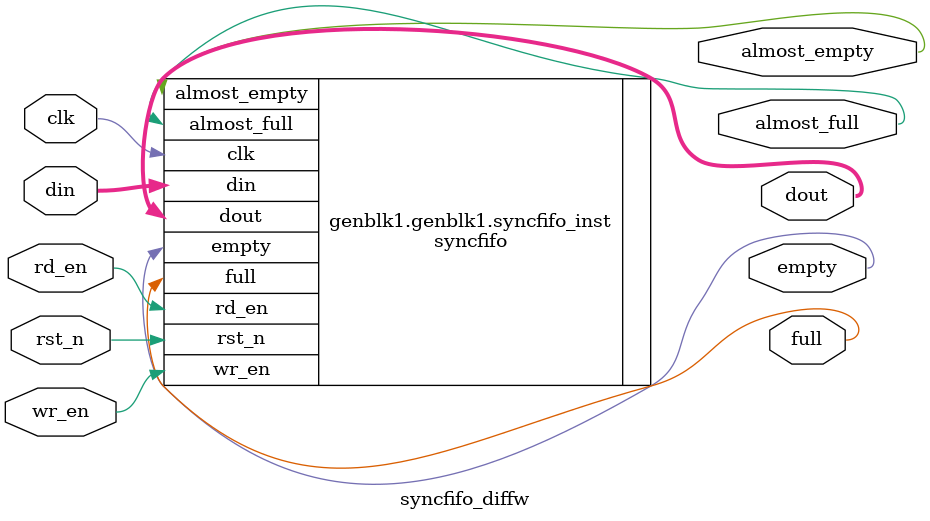
<source format=v>
/**************************************
@ filename     : syncfifo_diffwidth.v
@ origin author: xu xiaokang
@ update by    : yyrwkk
@ create time  : 2025/03/28 21:51:18
@ version      : v1.0.0
**************************************/
/*==========================================================
 * @brief : 同步fifo, 支持数据位宽转换
 * @method: 分两种情况 -> 1. 当读位宽>写位宽时组合数据 2. 当读位宽<写位宽时分解数据
 * @note  :
 *     1. 同步fifo不存在"虚满"和"虚空"
 *     2. fifo实际容量比设定容量大，差值为两个小位宽读/写数据( 写入fifo的深度为2 )
 *     3. DIN_WIDTH与DOUT_WIDTH的倍数关系必须是2的n次方(2,4,8..),不能是(3,6...) !!!
 *     4. fifo深度通过WADDR_WIDTH来设置，所以深度必然是2的指数
 *     5. MSB_FIFO用于设定高位/低位先进先出
 *========================================================*/
module syncfifo_diffw # (
    parameter       DIN_WIDTH   = 8            , // 输入数据位宽, 可取1, 2, 3, ... , 默认为8
    parameter       DOUT_WIDTH  = 8            , // 输出数据位宽, 可取1, 2, 3, ... , 默认为8
    parameter       WADDR_WIDTH = 4            , // 写入地址位宽, 可取1, 2, 3, ... , 默认为4, 对应深度2**4
    parameter       RAM_STYLE   = "distributed", // RAM类型, 可选"block", "distributed"(默认)
    parameter [0:0] FWFT_EN     = 1            , // 首字直通特性使能, 默认为1, 表示使能首字直通
    parameter [0:0] MSB_FIFO    = 1              // 1(默认)表示高位先进先出,同Vivado FIFO一致; 0表示低位先进先出
)(
  input  [DIN_WIDTH-1:0]  din         ,
  input                   wr_en       ,
  output                  full        ,
  output                  almost_full ,

  output [DOUT_WIDTH-1:0] dout        ,
  input                   rd_en       ,
  output                  empty       ,
  output                  almost_empty,

  input                   clk         ,
  input                   rst_n         
);


//++ 写与读位宽转换 ++++++++++++++++++++++++++++++++++++++++++++++++++++++++++++
wire [DIN_WIDTH-1:0]  wdata      ;
wire                  wdata_rd_en;
wire                  wdata_empty;

wire [DOUT_WIDTH-1:0] rdata      ;
wire                  rdata_wr_en;
wire                  rdata_full ;

generate
    if( DOUT_WIDTH > DIN_WIDTH ) begin // 如果读位宽大于写位宽，则需要组合数据，组合成一个数据就写入到读取侧fifo中
        wire wdata_almost_full;
        syncfifo # (
            .DATA_WIDTH (DIN_WIDTH ),
            .ADDR_WIDTH (1         ),
            .RAM_STYLE  (RAM_STYLE ),
            .FWFT_EN    (1         )
        ) syncfifo_inst_w (
            .din          (din              ),
            .wr_en        (wr_en            ),
            .full         (full             ),
            .almost_full  (wdata_almost_full),
            .dout         (wdata            ),
            .rd_en        (wdata_rd_en      ),
            .empty        (wdata_empty      ),
            .almost_empty (                 ),
            .clk          (clk              ),
            .rst_n        (rst_n            )
        );

        assign almost_full = (wdata_almost_full & rdata_full) | full;

        localparam RADDR_WIDTH = $clog2((2**WADDR_WIDTH) * DIN_WIDTH / DOUT_WIDTH);
        syncfifo # (
            .DATA_WIDTH (DOUT_WIDTH ),
            .ADDR_WIDTH (RADDR_WIDTH),
            .RAM_STYLE  (RAM_STYLE  ),
            .FWFT_EN    (FWFT_EN    )
        ) syncfifo_inst_r (
            .din          (rdata         ),
            .wr_en        (rdata_wr_en   ),
            .full         (rdata_full    ),
            .almost_full  (              ),
            .dout         (dout          ),
            .rd_en        (rd_en         ),
            .empty        (empty         ),
            .almost_empty (almost_empty  ),
            .clk          (clk           ),
            .rst_n        (rst_n         )
        );

        // 在读取侧FIFO未满，而写入侧FIFO非空时去读取写入侧FIFO
        assign wdata_rd_en = (~rdata_full) && (~wdata_empty);

        wire [DOUT_WIDTH-1:0] rdata_r;
        wire [DOUT_WIDTH-1:0] rdata_r_nxt;
        wire rdata_ld ;
        
        assign rdata_ld = wdata_rd_en;
        if (MSB_FIFO == 1) begin
            // always @(posedge clk or posedge rst_n) begin
            //     if (~rst_n)
            //         rdata_r <= 'd0;
            //     else if (wdata_rd_en)
            //         rdata_r <= {rdata_r[DOUT_WIDTH-DIN_WIDTH-1:0], wdata}; // 先进的为高位
            //     else
            //         rdata_r <= rdata_r;
            // end
            assign rdata_r_nxt = {rdata_r[DOUT_WIDTH-DIN_WIDTH-1:0], wdata};
            gnrl_dfflr#(DOUT_WIDTH) gnrl_dfflr_inst_msb(rdata_ld,rdata_r_nxt,rdata_r,clk,rst_n);

            assign rdata = {rdata_r[DOUT_WIDTH-DIN_WIDTH-1:0], wdata}; // 先进的为高位
        end else begin 
            // always @(posedge clk or posedge rst_n) begin
            //     if (~rst_n)
            //         rdata_r <= 'd0;
            //     else if (wdata_rd_en)
            //         rdata_r <= {wdata, rdata_r[DOUT_WIDTH-1 : DIN_WIDTH]}; // 先进的为低位
            //     else
            //         rdata_r <= rdata_r;
            // end
            assign rdata_r_nxt = {wdata, rdata_r[DOUT_WIDTH-1 : DIN_WIDTH]};
            gnrl_dfflr#(DOUT_WIDTH) gnrl_dfflr_inst_lsb(rdata_ld,rdata_r_nxt,rdata_r,clk,rst_n);
            assign rdata = {wdata, rdata_r[DOUT_WIDTH-1 : DIN_WIDTH]}; // 先进的为低位
        end

        localparam WDATA_RD_EN_CNT_MAX = DOUT_WIDTH / DIN_WIDTH - 1;
        wire [$clog2(WDATA_RD_EN_CNT_MAX+1)-1 : 0] wdata_rd_en_cnt    ;
        wire [$clog2(WDATA_RD_EN_CNT_MAX+1)-1 : 0] wdata_rd_en_cnt_nxt;
        wire                                       wdata_rd_en_cnt_ld ;
        // always @(posedge clk or posedge rst_n) begin
        //     if (~rst_n)
        //         wdata_rd_en_cnt <= 'd0;
        //     else if (wdata_rd_en)
        //         wdata_rd_en_cnt <= wdata_rd_en_cnt + 1'b1;
        //     else
        //         wdata_rd_en_cnt <= wdata_rd_en_cnt;
        // end
        assign wdata_rd_en_cnt_ld  = wdata_rd_en ;
        assign wdata_rd_en_cnt_nxt = wdata_rd_en_cnt + 1'b1;
        gnrl_dfflr#($clog2(WDATA_RD_EN_CNT_MAX+1)) gnrl_dfflr_inst_cnt(wdata_rd_en_cnt_ld,wdata_rd_en_cnt_nxt,wdata_rd_en_cnt,clk,rst_n);

        assign rdata_wr_en = wdata_rd_en && (wdata_rd_en_cnt == WDATA_RD_EN_CNT_MAX);
    end else if (DOUT_WIDTH == DIN_WIDTH) begin //~ 如果读位宽等于写位宽，那么就是普通的同步FIFO
        syncfifo # (
            .DATA_WIDTH (DIN_WIDTH  ),
            .ADDR_WIDTH (WADDR_WIDTH),
            .RAM_STYLE  (RAM_STYLE  ),
            .FWFT_EN    (FWFT_EN    )
        ) syncfifo_inst (
            .din          (din         ),
            .wr_en        (wr_en       ),
            .full         (full        ),
            .almost_full  (almost_full ),
            .dout         (dout        ),
            .rd_en        (rd_en       ),
            .empty        (empty       ),
            .almost_empty (almost_empty),
            .clk          (clk         ),
            .rst_n        (rst_n       )
        );
    end else begin //~ 如果读位宽小于写位宽，则需要分解数据，写入的数据分解成几个数据写入到读取侧FIFO中
        syncfifo # (
            .DATA_WIDTH (DIN_WIDTH  ),
            .ADDR_WIDTH (WADDR_WIDTH),
            .RAM_STYLE  (RAM_STYLE  ),
            .FWFT_EN    (1          )
        ) sync_fifo_inst_w (
            .din          (din         ),
            .wr_en        (wr_en       ),
            .full         (full        ),
            .almost_full  (almost_full ),
            .dout         (wdata       ),
            .rd_en        (wdata_rd_en ),
            .empty        (wdata_empty ),
            .almost_empty (            ),
            .clk          (clk         ),
            .rst_n        (rst_n       )
        );

        wire rdata_almost_empty;
        syncfifo # (
            .DATA_WIDTH (DOUT_WIDTH),
            .ADDR_WIDTH (1         ),
            .RAM_STYLE  (RAM_STYLE ),
            .FWFT_EN    (FWFT_EN   )
        ) syncfifo_inst_r (
            .din          (rdata             ),
            .wr_en        (rdata_wr_en       ),
            .full         (rdata_full        ),
            .almost_full  (                  ),
            .dout         (dout              ),
            .rd_en        (rd_en             ),
            .empty        (empty             ),
            .almost_empty (rdata_almost_empty),
            .clk          (clk               ),
            .rst_n        (rst_n             )
        );

        assign almost_empty = (wdata_empty & rdata_almost_empty) | empty;

        // 在读取侧FIFO非满，而写入侧FIFO非空时去写入读取侧FIFO
        assign rdata_wr_en = (~rdata_full) && (~wdata_empty);

        // 先写入写数据的高位，再写入低位，当写入到最低位时，读取写入侧FIFO
        localparam RDATA_WR_EN_CNT_MAX = DIN_WIDTH/ DOUT_WIDTH - 1;
        wire [$clog2(RDATA_WR_EN_CNT_MAX+1)-1 : 0] rdata_wr_en_cnt    ;
        wire [$clog2(RDATA_WR_EN_CNT_MAX+1)-1 : 0] rdata_wr_en_cnt_nxt;
        wire                                       rdata_wr_en_cnt_ld ;

        // always @(posedge clk or posedge rst_n) begin
        //     if (~rst_n)
        //         rdata_wr_en_cnt <= 'd0;
        //     else if (rdata_wr_en)
        //         rdata_wr_en_cnt <= rdata_wr_en_cnt + 1'b1;
        //     else
        //         rdata_wr_en_cnt <= rdata_wr_en_cnt;
        // end

        assign rdata_wr_en_cnt_ld  = rdata_wr_en ;
        assign rdata_wr_en_cnt_nxt = rdata_wr_en_cnt + 1'b1;
        gnrl_dfflr #($clog2(RDATA_WR_EN_CNT_MAX+1)) gnrl_dfflr_inst_cnt(rdata_wr_en_cnt_ld,rdata_wr_en_cnt_nxt,rdata_wr_en_cnt,clk,rst_n);

        if (MSB_FIFO == 1) begin
            wire [DIN_WIDTH-1:0] wdata_r ;
            assign wdata_r = wdata << (rdata_wr_en_cnt * DOUT_WIDTH);
            assign rdata = wdata_r[DIN_WIDTH-1 : DIN_WIDTH-DOUT_WIDTH];
        end
        else begin
            wire [DIN_WIDTH-1:0] wdata_r ;
            assign wdata_r = wdata >> (rdata_wr_en_cnt * DOUT_WIDTH);
            assign rdata = wdata_r[DOUT_WIDTH-1 : 0];
        end

        assign wdata_rd_en = rdata_wr_en && (rdata_wr_en_cnt == RDATA_WR_EN_CNT_MAX);
    end
endgenerate
//-- 写与读位宽转换 ------------------------------------------------------------

endmodule

</source>
